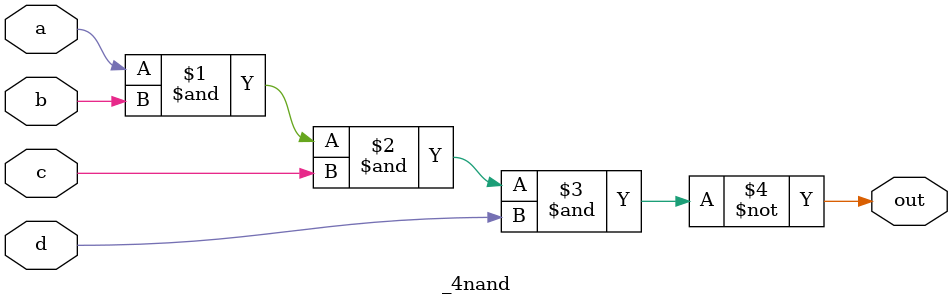
<source format=v>
module _4nand(

	input a,
	input b,
	input c,
	input d,
	
	output out

);

	nand res_nand(out, a,b,c,d);


endmodule 
</source>
